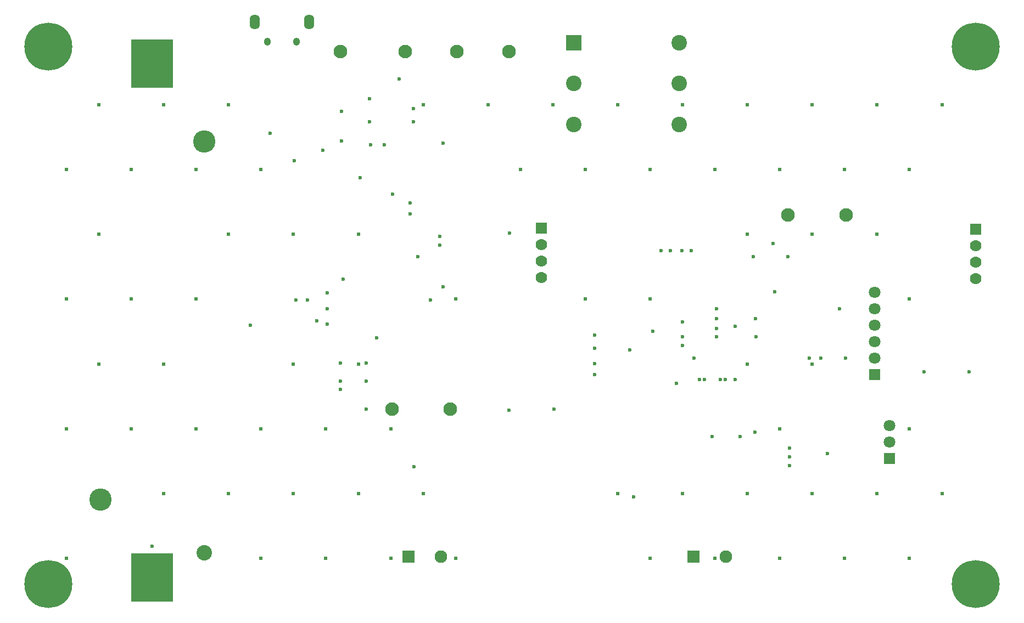
<source format=gbr>
%TF.GenerationSoftware,Altium Limited,Altium Designer,21.6.1 (37)*%
G04 Layer_Color=16711935*
%FSLAX43Y43*%
%MOMM*%
%TF.SameCoordinates,A8206A2C-5CB0-4F6E-B559-DFDA062B5CA2*%
%TF.FilePolarity,Negative*%
%TF.FileFunction,Soldermask,Bot*%
%TF.Part,Single*%
G01*
G75*
%TA.AperFunction,ComponentPad*%
%ADD40C,1.800*%
%ADD41R,1.800X1.800*%
%ADD42R,2.400X2.400*%
%ADD43C,2.400*%
%ADD44O,1.050X1.250*%
%ADD45C,2.100*%
%ADD46C,3.450*%
%ADD47C,2.388*%
%ADD48R,1.950X1.950*%
%ADD49C,1.950*%
%TA.AperFunction,ViaPad*%
%ADD50C,7.400*%
%TA.AperFunction,ComponentPad*%
%ADD51R,1.778X1.778*%
%ADD52C,1.778*%
%TA.AperFunction,ViaPad*%
%ADD53C,0.600*%
%ADD54C,0.610*%
%TA.AperFunction,SMDPad,CuDef*%
%ADD55R,6.477X7.468*%
%TA.AperFunction,ComponentPad*%
%ADD57O,1.603X2.303*%
D40*
X135700Y27940D02*
D03*
Y30480D02*
D03*
X133375Y40920D02*
D03*
Y43460D02*
D03*
Y46000D02*
D03*
Y48540D02*
D03*
Y51080D02*
D03*
D41*
X135700Y25400D02*
D03*
X133375Y38380D02*
D03*
D42*
X87000Y89579D02*
D03*
D43*
Y76979D02*
D03*
Y83279D02*
D03*
X103300Y89579D02*
D03*
Y76979D02*
D03*
Y83279D02*
D03*
D44*
X39775Y89750D02*
D03*
X44225D02*
D03*
D45*
X59000Y33006D02*
D03*
X61000Y88200D02*
D03*
X51000Y88200D02*
D03*
X129000Y63000D02*
D03*
X69000Y88200D02*
D03*
X77000D02*
D03*
X68000Y33006D02*
D03*
X120000Y63000D02*
D03*
D46*
X30001Y74311D02*
D03*
X13999Y19066D02*
D03*
D47*
X30001Y10836D02*
D03*
D48*
X105500Y10250D02*
D03*
X61500D02*
D03*
D49*
X110500D02*
D03*
X66500D02*
D03*
D50*
X149000Y89000D02*
D03*
Y6000D02*
D03*
X6000D02*
D03*
Y89000D02*
D03*
D51*
X82000Y61000D02*
D03*
X149000Y60810D02*
D03*
D52*
X82000Y55920D02*
D03*
Y53380D02*
D03*
Y58460D02*
D03*
X149000Y58270D02*
D03*
Y53190D02*
D03*
Y55730D02*
D03*
D53*
X55491Y77406D02*
D03*
X44137Y49890D02*
D03*
X51244Y74404D02*
D03*
X45974Y49890D02*
D03*
X126174Y26174D02*
D03*
X115083Y47039D02*
D03*
X120000Y56575D02*
D03*
X114700D02*
D03*
X105150Y57475D02*
D03*
X84000Y33006D02*
D03*
X54059Y68725D02*
D03*
X55652Y73797D02*
D03*
X51244Y78994D02*
D03*
X108350Y28778D02*
D03*
X112700Y28790D02*
D03*
X114975Y29464D02*
D03*
X77000Y32836D02*
D03*
X62400Y24100D02*
D03*
X66382Y58364D02*
D03*
X66342Y59702D02*
D03*
X123300Y40900D02*
D03*
X22000Y11900D02*
D03*
X100503Y57463D02*
D03*
X101892Y57475D02*
D03*
X103716Y57463D02*
D03*
X43891Y71389D02*
D03*
X48365Y72994D02*
D03*
X125082Y40920D02*
D03*
X103809Y46494D02*
D03*
Y42823D02*
D03*
Y44200D02*
D03*
X105600Y40908D02*
D03*
X99174Y45067D02*
D03*
X95648Y42163D02*
D03*
X109066Y45437D02*
D03*
Y44200D02*
D03*
X51000Y40100D02*
D03*
X141000Y38773D02*
D03*
X47407Y46688D02*
D03*
X55000Y40100D02*
D03*
X54989Y37365D02*
D03*
X51000Y36095D02*
D03*
Y37365D02*
D03*
X62972Y56527D02*
D03*
X66875Y51882D02*
D03*
X90233Y44488D02*
D03*
X96227Y19523D02*
D03*
X90233Y38360D02*
D03*
Y42456D02*
D03*
X120307Y24320D02*
D03*
Y27000D02*
D03*
X111946Y37574D02*
D03*
X107200D02*
D03*
X110400D02*
D03*
X109600D02*
D03*
X106400D02*
D03*
X102831Y36994D02*
D03*
X109000Y47000D02*
D03*
Y48540D02*
D03*
X55491Y80987D02*
D03*
X61810Y64879D02*
D03*
X62268Y79463D02*
D03*
X37135Y46022D02*
D03*
X111946Y45800D02*
D03*
X64884Y49872D02*
D03*
X51438Y53124D02*
D03*
X49000Y51000D02*
D03*
Y48498D02*
D03*
Y46113D02*
D03*
X56607Y44000D02*
D03*
X55000Y33000D02*
D03*
X40170Y75653D02*
D03*
X66875Y74129D02*
D03*
X77127Y60180D02*
D03*
X115117Y44200D02*
D03*
X90233Y40068D02*
D03*
X120307Y25635D02*
D03*
X57823Y73825D02*
D03*
X61810Y63182D02*
D03*
X59042Y66255D02*
D03*
X128000Y48526D02*
D03*
X117792Y58610D02*
D03*
X148018Y38773D02*
D03*
X62268Y77406D02*
D03*
X117995Y51117D02*
D03*
X128950Y40920D02*
D03*
X60134Y84035D02*
D03*
D54*
X143788Y80008D02*
D03*
X138788Y70008D02*
D03*
Y50008D02*
D03*
Y30008D02*
D03*
X143788Y20008D02*
D03*
X138788Y10008D02*
D03*
X133788Y80008D02*
D03*
X128788Y70008D02*
D03*
X133788Y60008D02*
D03*
Y20008D02*
D03*
X128788Y10008D02*
D03*
X123788Y80008D02*
D03*
X118788Y70008D02*
D03*
X123788Y60008D02*
D03*
Y40008D02*
D03*
X118788Y30008D02*
D03*
X123788Y20008D02*
D03*
X118788Y10008D02*
D03*
X113788Y80008D02*
D03*
X108788Y70008D02*
D03*
X113788Y60008D02*
D03*
Y40008D02*
D03*
Y20008D02*
D03*
X108788Y10008D02*
D03*
X103788Y80008D02*
D03*
X98788Y70008D02*
D03*
Y50008D02*
D03*
X103788Y20008D02*
D03*
X98788Y10008D02*
D03*
X93788Y80008D02*
D03*
X88788Y70008D02*
D03*
Y50008D02*
D03*
X93788Y20008D02*
D03*
X83788Y80008D02*
D03*
X78788Y70008D02*
D03*
X73788Y80008D02*
D03*
X68788Y50008D02*
D03*
Y10008D02*
D03*
X63788Y80008D02*
D03*
X58788Y30008D02*
D03*
X63788Y20008D02*
D03*
X58788Y10008D02*
D03*
X53788Y60008D02*
D03*
Y40008D02*
D03*
X48788Y30008D02*
D03*
X53788Y20008D02*
D03*
X48788Y10008D02*
D03*
X38788Y70008D02*
D03*
X43788Y60008D02*
D03*
Y40008D02*
D03*
X38788Y30008D02*
D03*
X43788Y20008D02*
D03*
X38788Y10008D02*
D03*
X33788Y80008D02*
D03*
X28788Y70008D02*
D03*
X33788Y60008D02*
D03*
X28788Y50008D02*
D03*
Y30008D02*
D03*
X33788Y20008D02*
D03*
X23788Y80008D02*
D03*
X18788Y70008D02*
D03*
Y50008D02*
D03*
X23788Y40008D02*
D03*
X18788Y30008D02*
D03*
X23788Y20008D02*
D03*
X13788Y80008D02*
D03*
X8788Y70008D02*
D03*
X13788Y60008D02*
D03*
X8788Y50008D02*
D03*
X13788Y40008D02*
D03*
X8788Y30008D02*
D03*
Y10008D02*
D03*
D55*
X22000Y86376D02*
D03*
Y7001D02*
D03*
D57*
X46175Y92805D02*
D03*
X37825D02*
D03*
%TF.MD5,899a7cf97057845f9c61eebac22a9c70*%
M02*

</source>
